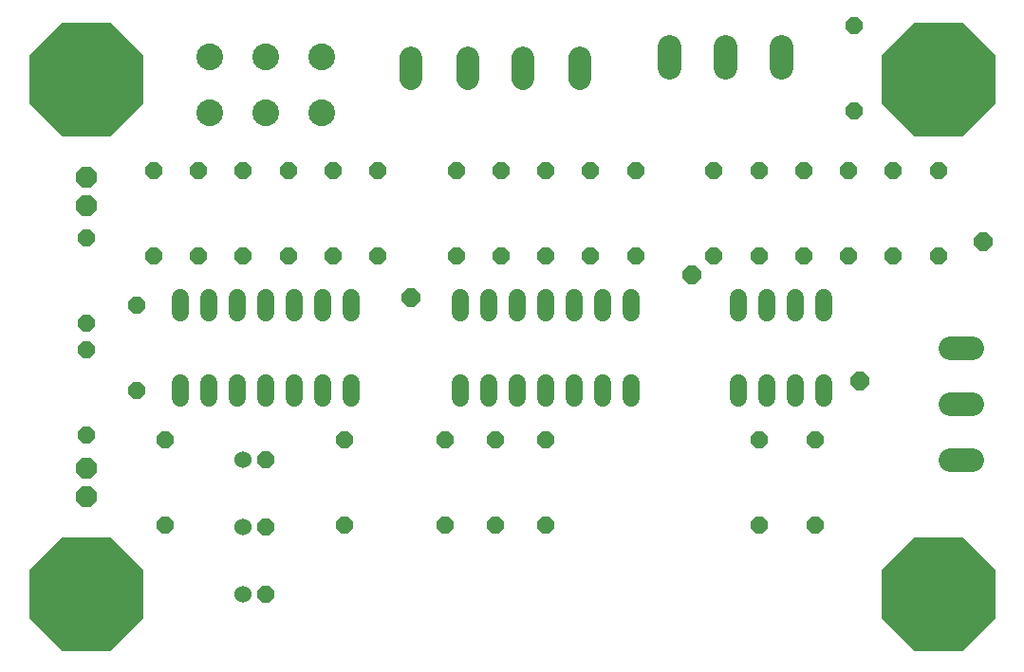
<source format=gbr>
G75*
%MOIN*%
%OFA0B0*%
%FSLAX25Y25*%
%IPPOS*%
%LPD*%
%AMOC8*
5,1,8,0,0,1.08239X$1,22.5*
%
%ADD10OC8,0.06000*%
%ADD11C,0.06000*%
%ADD12C,0.06000*%
%ADD13OC8,0.07400*%
%ADD14C,0.09400*%
%ADD15C,0.08400*%
%ADD16C,0.08000*%
%ADD17OC8,0.40170*%
%ADD18OC8,0.06400*%
D10*
X0087398Y0062003D03*
X0122894Y0061255D03*
X0150390Y0062003D03*
X0122894Y0084877D03*
X0150390Y0092003D03*
X0185823Y0092003D03*
X0203540Y0092003D03*
X0221257Y0092003D03*
X0221257Y0062003D03*
X0203540Y0062003D03*
X0185823Y0062003D03*
X0122894Y0037633D03*
X0087398Y0092003D03*
X0077556Y0109247D03*
X0059839Y0123499D03*
X0059839Y0132869D03*
X0077556Y0139247D03*
X0083461Y0156491D03*
X0099209Y0156491D03*
X0114957Y0156491D03*
X0130705Y0156491D03*
X0146453Y0156491D03*
X0162201Y0156491D03*
X0189760Y0156491D03*
X0205509Y0156491D03*
X0221257Y0156491D03*
X0237005Y0156491D03*
X0252753Y0156491D03*
X0280312Y0156491D03*
X0296060Y0156491D03*
X0311808Y0156491D03*
X0327556Y0156491D03*
X0343304Y0156491D03*
X0359052Y0156491D03*
X0359052Y0186491D03*
X0343304Y0186491D03*
X0327556Y0186491D03*
X0311808Y0186491D03*
X0296060Y0186491D03*
X0280312Y0186491D03*
X0252753Y0186491D03*
X0237005Y0186491D03*
X0221257Y0186491D03*
X0205509Y0186491D03*
X0189760Y0186491D03*
X0162201Y0186491D03*
X0146453Y0186491D03*
X0130705Y0186491D03*
X0114957Y0186491D03*
X0099209Y0186491D03*
X0083461Y0186491D03*
X0059839Y0162869D03*
X0059839Y0093499D03*
X0296060Y0092003D03*
X0315745Y0092003D03*
X0315745Y0062003D03*
X0296060Y0062003D03*
X0329524Y0207672D03*
X0329524Y0237672D03*
D11*
X0114894Y0084877D03*
X0114894Y0061255D03*
X0114894Y0037633D03*
D12*
X0112831Y0106647D02*
X0112831Y0111847D01*
X0102831Y0111847D02*
X0102831Y0106647D01*
X0092831Y0106647D02*
X0092831Y0111847D01*
X0122831Y0111847D02*
X0122831Y0106647D01*
X0132831Y0106647D02*
X0132831Y0111847D01*
X0142831Y0111847D02*
X0142831Y0106647D01*
X0152831Y0106647D02*
X0152831Y0111847D01*
X0152831Y0136647D02*
X0152831Y0141847D01*
X0142831Y0141847D02*
X0142831Y0136647D01*
X0132831Y0136647D02*
X0132831Y0141847D01*
X0122831Y0141847D02*
X0122831Y0136647D01*
X0112831Y0136647D02*
X0112831Y0141847D01*
X0102831Y0141847D02*
X0102831Y0136647D01*
X0092831Y0136647D02*
X0092831Y0141847D01*
X0191257Y0141847D02*
X0191257Y0136647D01*
X0201257Y0136647D02*
X0201257Y0141847D01*
X0211257Y0141847D02*
X0211257Y0136647D01*
X0221257Y0136647D02*
X0221257Y0141847D01*
X0231257Y0141847D02*
X0231257Y0136647D01*
X0241257Y0136647D02*
X0241257Y0141847D01*
X0251257Y0141847D02*
X0251257Y0136647D01*
X0251257Y0111847D02*
X0251257Y0106647D01*
X0241257Y0106647D02*
X0241257Y0111847D01*
X0231257Y0111847D02*
X0231257Y0106647D01*
X0221257Y0106647D02*
X0221257Y0111847D01*
X0211257Y0111847D02*
X0211257Y0106647D01*
X0201257Y0106647D02*
X0201257Y0111847D01*
X0191257Y0111847D02*
X0191257Y0106647D01*
X0288934Y0106647D02*
X0288934Y0111847D01*
X0298934Y0111847D02*
X0298934Y0106647D01*
X0308934Y0106647D02*
X0308934Y0111847D01*
X0318934Y0111847D02*
X0318934Y0106647D01*
X0318934Y0136647D02*
X0318934Y0141847D01*
X0308934Y0141847D02*
X0308934Y0136647D01*
X0298934Y0136647D02*
X0298934Y0141847D01*
X0288934Y0141847D02*
X0288934Y0136647D01*
D13*
X0059839Y0174365D03*
X0059839Y0184365D03*
X0059839Y0082003D03*
X0059839Y0072003D03*
D14*
X0103146Y0206924D03*
X0122831Y0206924D03*
X0142516Y0206924D03*
X0142516Y0226609D03*
X0122831Y0226609D03*
X0103146Y0226609D03*
D15*
X0264564Y0230409D02*
X0264564Y0222809D01*
X0284249Y0222809D02*
X0284249Y0230409D01*
X0303934Y0230409D02*
X0303934Y0222809D01*
X0363126Y0124247D02*
X0370726Y0124247D01*
X0370726Y0104562D02*
X0363126Y0104562D01*
X0363126Y0084877D02*
X0370726Y0084877D01*
D16*
X0233140Y0219072D02*
X0233140Y0226272D01*
X0213340Y0226272D02*
X0213340Y0219072D01*
X0193740Y0219072D02*
X0193740Y0226272D01*
X0173940Y0226272D02*
X0173940Y0219072D01*
D17*
X0059839Y0037633D03*
X0059839Y0218735D03*
X0359052Y0218735D03*
X0359052Y0037633D03*
D18*
X0331493Y0112436D03*
X0272438Y0149838D03*
X0174012Y0141964D03*
X0374800Y0161649D03*
M02*

</source>
